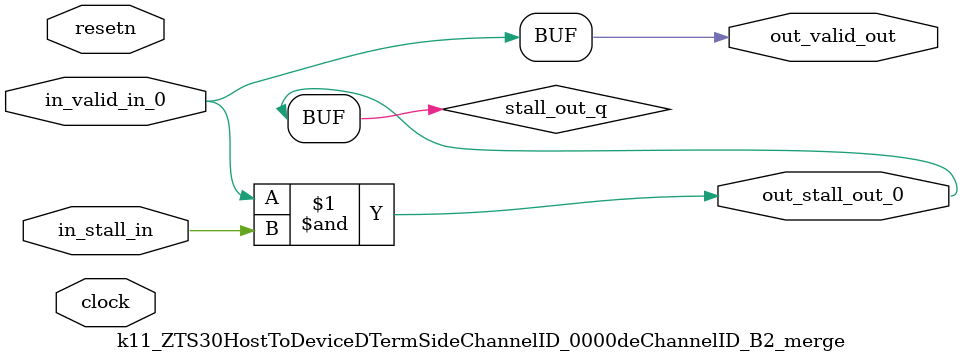
<source format=sv>



(* altera_attribute = "-name AUTO_SHIFT_REGISTER_RECOGNITION OFF; -name MESSAGE_DISABLE 10036; -name MESSAGE_DISABLE 10037; -name MESSAGE_DISABLE 14130; -name MESSAGE_DISABLE 14320; -name MESSAGE_DISABLE 15400; -name MESSAGE_DISABLE 14130; -name MESSAGE_DISABLE 10036; -name MESSAGE_DISABLE 12020; -name MESSAGE_DISABLE 12030; -name MESSAGE_DISABLE 12010; -name MESSAGE_DISABLE 12110; -name MESSAGE_DISABLE 14320; -name MESSAGE_DISABLE 13410; -name MESSAGE_DISABLE 113007; -name MESSAGE_DISABLE 10958" *)
module k11_ZTS30HostToDeviceDTermSideChannelID_0000deChannelID_B2_merge (
    input wire [0:0] in_stall_in,
    input wire [0:0] in_valid_in_0,
    output wire [0:0] out_stall_out_0,
    output wire [0:0] out_valid_out,
    input wire clock,
    input wire resetn
    );

    wire [0:0] stall_out_q;


    // stall_out(LOGICAL,6)
    assign stall_out_q = in_valid_in_0 & in_stall_in;

    // out_stall_out_0(GPOUT,4)
    assign out_stall_out_0 = stall_out_q;

    // out_valid_out(GPOUT,5)
    assign out_valid_out = in_valid_in_0;

endmodule

</source>
